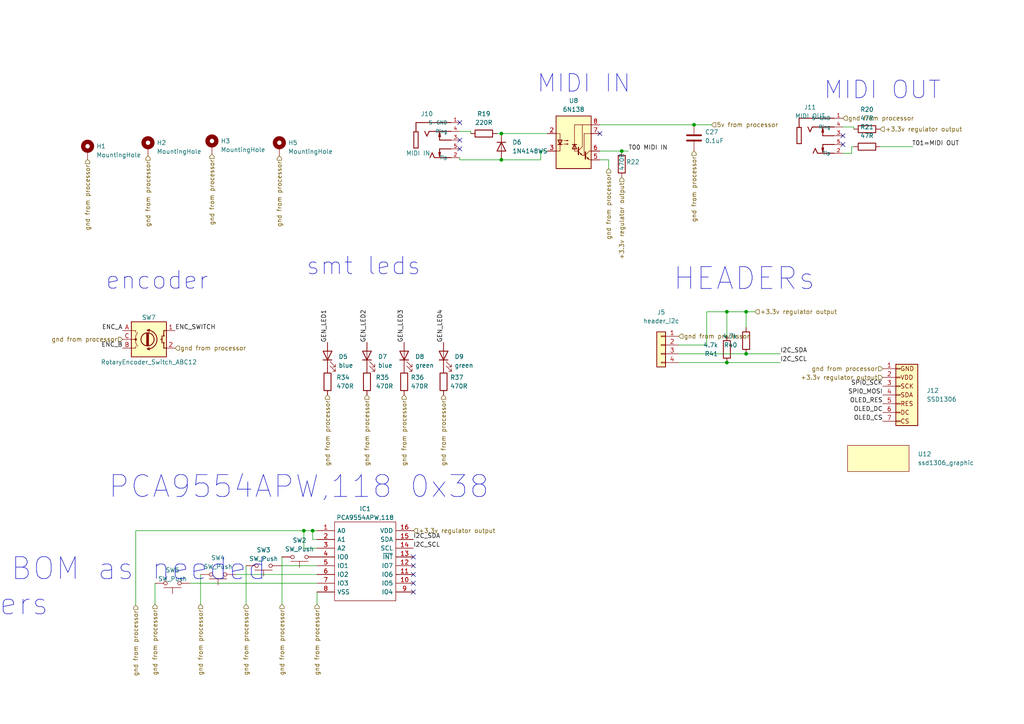
<source format=kicad_sch>
(kicad_sch (version 20211123) (generator eeschema)
  (paper "A4")
  (junction (at 216.408 102.616))
  (junction (at 437.515 93.345))
  (junction (at 59.436 -48.006))
  (junction (at 201.295 36.195))
  (junction (at -255.016 -73.406))
  (junction (at 90.678 153.924))
  (junction (at 396.875 -19.304))
  (junction (at 88.138 153.924))
  (junction (at 437.515 85.725))
  (junction (at 31.496 -55.626))
  (junction (at 330.2 104.394))
  (junction (at 180.34 43.815))
  (junction (at -277.876 -54.356))
  (junction (at -277.876 -49.276))
  (junction (at 145.415 38.735))
  (junction (at 31.496 -48.006))
  (junction (at 412.115 -5.588))
  (junction (at 59.436 -55.626))
  (junction (at 74.676 -55.626))
  (junction (at 377.444 64.77))
  (junction (at 145.415 46.355))
  (junction (at 394.97 75.692))
  (junction (at 481.203 -19.304))
  (junction (at 383.54 -19.304))
  (junction (at 457.835 -19.304))
  (junction (at 438.785 -19.304))
  (junction (at 471.043 -19.304))
  (junction (at 412.115 -17.78))
  (junction (at 422.275 93.345))
  (junction (at 46.101 -55.626))
  (junction (at 422.275 44.45))
  (junction (at 210.82 105.156))
  (junction (at 426.085 46.99))
  (junction (at 210.82 90.424))
  (junction (at 216.408 90.424))
  (junction (at 74.676 -48.006))
  (junction (at 437.515 100.965))
  (junction (at 87.376 -55.626))
  (junction (at 46.101 -48.006))
  (junction (at 377.444 59.69))
  (junction (at 397.51 84.074))
  (no_connect (at 244.475 39.37))
  (no_connect (at 244.475 41.91))
  (no_connect (at 133.35 43.18))
  (no_connect (at 133.35 40.64))
  (no_connect (at 173.99 38.735))
  (no_connect (at 119.888 166.624))
  (no_connect (at 469.392 44.196))
  (no_connect (at 469.392 46.736))
  (no_connect (at 119.888 161.544))
  (no_connect (at 119.888 164.084))
  (no_connect (at 119.888 169.164))
  (no_connect (at 119.888 171.704))
  (no_connect (at 133.35 35.56))
  (no_connect (at 382.27 52.07))
  (wire (pts (xy 407.67 59.69) (xy 411.48 59.69)))
  (wire (pts (xy 88.138 153.924) (xy 90.678 153.924)))
  (wire (pts (xy 382.27 64.77) (xy 377.444 64.77)))
  (wire (pts (xy 44.958 175.26) (xy 44.958 169.164)))
  (wire (pts (xy 201.295 36.195) (xy 206.375 36.195)))
  (wire (pts (xy 429.895 49.53) (xy 434.34 49.53)))
  (wire (pts (xy 133.35 38.1) (xy 136.525 38.1)))
  (wire (pts (xy 397.51 86.36) (xy 397.51 84.074)))
  (wire (pts (xy 429.895 46.99) (xy 429.895 49.53)))
  (wire (pts (xy 39.37 153.924) (xy 88.138 153.924)))
  (wire (pts (xy 369.57 52.07) (xy 369.57 46.99)))
  (wire (pts (xy 74.676 -48.006) (xy 59.436 -48.006)))
  (wire (pts (xy 71.374 175.26) (xy 71.374 164.084)))
  (wire (pts (xy -6.604 -55.626) (xy 31.496 -55.626)))
  (wire (pts (xy 366.395 52.07) (xy 369.57 52.07)))
  (wire (pts (xy 210.82 90.424) (xy 216.408 90.424)))
  (wire (pts (xy 216.408 90.424) (xy 218.948 90.424)))
  (wire (pts (xy 488.315 -19.304) (xy 481.203 -19.304)))
  (wire (pts (xy 46.101 -48.006) (xy 31.496 -48.006)))
  (wire (pts (xy 374.015 62.23) (xy 382.27 62.23)))
  (wire (pts (xy 210.82 105.156) (xy 196.85 105.156)))
  (wire (pts (xy 457.835 -19.304) (xy 455.93 -19.304)))
  (wire (pts (xy 354.965 8.89) (xy 354.965 44.45)))
  (wire (pts (xy 407.67 64.77) (xy 416.56 64.77)))
  (wire (pts (xy 437.515 100.965) (xy 447.675 100.965)))
  (wire (pts (xy 173.99 36.195) (xy 201.295 36.195)))
  (wire (pts (xy 90.678 153.924) (xy 91.948 153.924)))
  (wire (pts (xy 90.678 156.464) (xy 90.678 153.924)))
  (wire (pts (xy 354.965 44.45) (xy 358.775 44.45)))
  (wire (pts (xy 81.534 164.084) (xy 91.948 164.084)))
  (wire (pts (xy 136.525 38.1) (xy 136.525 38.735)))
  (wire (pts (xy 347.98 59.69) (xy 358.775 59.69)))
  (wire (pts (xy 173.99 46.355) (xy 176.53 46.355)))
  (wire (pts (xy 392.43 72.39) (xy 392.43 81.28)))
  (wire (pts (xy -294.386 -40.386) (xy -285.496 -40.386)))
  (wire (pts (xy 382.27 57.15) (xy 377.444 57.15)))
  (wire (pts (xy 340.995 8.89) (xy 354.965 8.89)))
  (wire (pts (xy -244.094 -73.406) (xy -244.094 -72.898)))
  (wire (pts (xy 428.625 -19.304) (xy 438.785 -19.304)))
  (wire (pts (xy 330.2 102.108) (xy 330.2 104.394)))
  (wire (pts (xy 374.65 49.53) (xy 382.27 49.53)))
  (wire (pts (xy 422.275 41.91) (xy 434.34 41.91)))
  (wire (pts (xy 156.845 46.355) (xy 156.845 43.815)))
  (wire (pts (xy 144.145 38.735) (xy 145.415 38.735)))
  (wire (pts (xy 58.166 175.26) (xy 58.166 166.624)))
  (wire (pts (xy 407.67 67.31) (xy 411.48 67.31)))
  (wire (pts (xy 247.015 42.545) (xy 247.015 44.45)))
  (wire (pts (xy 216.408 90.424) (xy 216.408 94.996)))
  (wire (pts (xy -277.876 -55.626) (xy -277.876 -54.356)))
  (wire (pts (xy 347.98 13.97) (xy 347.98 59.69)))
  (wire (pts (xy 55.118 169.164) (xy 91.948 169.164)))
  (wire (pts (xy 407.035 -19.304) (xy 396.875 -19.304)))
  (wire (pts (xy 397.51 84.074) (xy 397.51 72.39)))
  (wire (pts (xy 377.444 59.69) (xy 382.27 59.69)))
  (wire (pts (xy 226.314 102.616) (xy 216.408 102.616)))
  (wire (pts (xy 145.415 46.355) (xy 156.845 46.355)))
  (wire (pts (xy -300.736 -42.926) (xy -292.481 -42.926)))
  (wire (pts (xy 377.444 59.69) (xy 377.444 64.77)))
  (wire (pts (xy 226.314 105.156) (xy 210.82 105.156)))
  (wire (pts (xy 422.275 44.45) (xy 422.275 41.91)))
  (wire (pts (xy 377.444 64.77) (xy 377.444 70.358)))
  (wire (pts (xy -277.876 -49.276) (xy -277.876 -48.006)))
  (wire (pts (xy 422.275 44.45) (xy 422.275 55.88)))
  (wire (pts (xy 145.415 38.735) (xy 158.75 38.735)))
  (wire (pts (xy 422.275 100.965) (xy 437.515 100.965)))
  (wire (pts (xy 438.785 -19.304) (xy 440.69 -19.304)))
  (wire (pts (xy 247.015 44.45) (xy 244.475 44.45)))
  (wire (pts (xy 396.875 -19.304) (xy 383.54 -19.304)))
  (wire (pts (xy 264.795 42.545) (xy 255.27 42.545)))
  (wire (pts (xy 88.138 159.004) (xy 88.138 153.924)))
  (wire (pts (xy 415.29 44.45) (xy 422.275 44.45)))
  (wire (pts (xy 457.835 -19.304) (xy 471.043 -19.304)))
  (wire (pts (xy 440.69 -16.764) (xy 438.785 -16.764)))
  (wire (pts (xy 247.65 36.83) (xy 247.65 37.465)))
  (wire (pts (xy 351.79 11.43) (xy 351.79 52.07)))
  (wire (pts (xy 68.326 166.624) (xy 91.948 166.624)))
  (wire (pts (xy 204.978 90.424) (xy 210.82 90.424)))
  (wire (pts (xy 31.496 -48.006) (xy 25.146 -48.006)))
  (wire (pts (xy 374.65 49.53) (xy 374.65 59.69)))
  (wire (pts (xy 407.67 52.07) (xy 411.48 52.07)))
  (wire (pts (xy 392.43 81.28) (xy 411.48 81.28)))
  (wire (pts (xy 366.395 44.45) (xy 382.27 44.45)))
  (wire (pts (xy 81.788 175.26) (xy 81.788 161.544)))
  (wire (pts (xy 437.515 81.28) (xy 437.515 85.725)))
  (wire (pts (xy 133.35 46.355) (xy 133.35 45.72)))
  (wire (pts (xy -277.876 -54.356) (xy -277.876 -53.086)))
  (wire (pts (xy 244.475 36.83) (xy 247.65 36.83)))
  (wire (pts (xy 351.79 52.07) (xy 358.775 52.07)))
  (wire (pts (xy 394.97 75.692) (xy 394.97 72.39)))
  (wire (pts (xy 210.82 90.424) (xy 210.82 97.536)))
  (wire (pts (xy 25.146 -48.006) (xy 25.146 -40.894)))
  (wire (pts (xy 416.56 64.77) (xy 416.56 81.28)))
  (wire (pts (xy 437.515 93.345) (xy 422.275 93.345)))
  (wire (pts (xy 196.85 102.616) (xy 216.408 102.616)))
  (wire (pts (xy 91.948 156.464) (xy 90.678 156.464)))
  (wire (pts (xy 383.54 -19.304) (xy 382.27 -19.304)))
  (wire (pts (xy 426.085 46.99) (xy 429.895 46.99)))
  (wire (pts (xy -285.75 -49.276) (xy -277.876 -49.276)))
  (wire (pts (xy 411.48 81.28) (xy 411.48 74.93)))
  (wire (pts (xy 471.043 -11.684) (xy 471.043 -7.874)))
  (wire (pts (xy 369.57 46.99) (xy 382.27 46.99)))
  (wire (pts (xy 471.043 -19.304) (xy 481.203 -19.304)))
  (wire (pts (xy 74.676 -55.626) (xy 59.436 -55.626)))
  (wire (pts (xy 426.085 46.99) (xy 426.085 61.595)))
  (wire (pts (xy 247.65 42.545) (xy 247.015 42.545)))
  (wire (pts (xy 46.101 -55.626) (xy 31.496 -55.626)))
  (wire (pts (xy 176.53 46.355) (xy 176.53 48.895)))
  (wire (pts (xy 340.995 11.43) (xy 351.79 11.43)))
  (wire (pts (xy 394.97 38.608) (xy 394.97 39.37)))
  (wire (pts (xy 330.2 104.394) (xy 330.2 107.188)))
  (wire (pts (xy -277.876 -50.546) (xy -277.876 -49.276)))
  (wire (pts (xy 87.376 -48.006) (xy 74.676 -48.006)))
  (wire (pts (xy 374.65 59.69) (xy 366.395 59.69)))
  (wire (pts (xy 438.785 -16.764) (xy 438.785 -19.304)))
  (wire (pts (xy 412.115 -5.588) (xy 412.115 -17.78)))
  (wire (pts (xy -262.636 -73.406) (xy -255.016 -73.406)))
  (wire (pts (xy 91.948 175.26) (xy 91.948 171.704)))
  (wire (pts (xy 91.948 159.004) (xy 88.138 159.004)))
  (wire (pts (xy 415.29 46.99) (xy 426.085 46.99)))
  (wire (pts (xy 204.978 100.076) (xy 204.978 90.424)))
  (wire (pts (xy 377.444 57.15) (xy 377.444 59.69)))
  (wire (pts (xy 87.376 -55.626) (xy 74.676 -55.626)))
  (wire (pts (xy 156.845 43.815) (xy 158.75 43.815)))
  (wire (pts (xy 145.415 46.355) (xy 133.35 46.355)))
  (wire (pts (xy 59.436 -55.626) (xy 46.101 -55.626)))
  (wire (pts (xy -284.861 -42.926) (xy -277.876 -42.926)))
  (wire (pts (xy 422.275 85.725) (xy 437.515 85.725)))
  (wire (pts (xy 412.115 -2.032) (xy 412.115 -5.588)))
  (wire (pts (xy 59.436 -48.006) (xy 46.101 -48.006)))
  (wire (pts (xy 394.97 76.708) (xy 394.97 75.692)))
  (wire (pts (xy -285.75 -54.356) (xy -277.876 -54.356)))
  (wire (pts (xy 39.37 175.514) (xy 39.37 153.924)))
  (wire (pts (xy 173.99 43.815) (xy 180.34 43.815)))
  (wire (pts (xy 196.85 100.076) (xy 204.978 100.076)))
  (wire (pts (xy 340.995 13.97) (xy 347.98 13.97)))
  (wire (pts (xy 422.275 93.345) (xy 414.655 93.345)))
  (wire (pts (xy 180.34 43.815) (xy 182.245 43.815)))
  (wire (pts (xy 412.115 -17.78) (xy 412.115 -19.304)))
  (wire (pts (xy 416.56 81.28) (xy 437.515 81.28)))
  (wire (pts (xy -255.016 -73.406) (xy -244.094 -73.406)))
  (wire (pts (xy 98.806 -55.626) (xy 87.376 -55.626)))
  (text "MIDI IN" (at 155.575 27.305 0) (effects (font (size 5.08 5.08)) (justify left bottom)))
  (text "PCA9554APW,118 0x38" (at 31.242 145.034 0) (effects (font (size 6.35 6.35)) (justify left bottom)))
  (text "encoder" (at 30.48 84.455 0) (effects (font (size 5.08 5.08)) (justify left bottom)))
  (text "todo:\nx length match\nx silkscreen, drc, erc\nx switch footprints\nx exclude backside headers from BOM as needed\n- JLCPCB part numbers for headers\n" (at -163.068 179.07 0) (effects (font (size 6.35 6.35)) (justify left bottom)))
  (text "smt leds" (at 88.646 80.264 0) (effects (font (size 5.08 5.08)) (justify left bottom)))
  (text "HEADERs" (at 195.072 84.709 0) (effects (font (size 6.35 6.35)) (justify left bottom)))
  (text "WS2812" (at 312.928 88.138 0) (effects (font (size 5.08 5.08)) (justify left bottom)))
  (text "MIDI OUT" (at 238.76 29.21 0) (effects (font (size 5.08 5.08)) (justify left bottom)))
  (text "USB-C input" (at -293.751 -85.471 0) (effects (font (size 6.35 6.35)) (justify left bottom)))
  (text "DAC - PCM5102A" (at 354.076 -38.608 0) (effects (font (size 6.35 6.35)) (justify left bottom)))
  (label "ENC_SWITCH" (at 167.132 -15.24 0))
  (label "I2S_DIN_MM" (at 340.995 11.43 180))
  (label "ENC_A" (at 167.132 -12.7 0))
  (label "I2C_SDA" (at 119.888 156.464 0))
  (label "I2S_DIN_MM" (at 167.132 -40.64 0))
  (label "SPI0_SCK" (at 167.132 -30.48 0))
  (label "I2C_SCL" (at 119.888 159.004 0))
  (label "OLED_DC" (at 167.132 -17.78 0))
  (label "SPI0_MOSI" (at 256.032 114.554 180))
  (label "GEN_LED3" (at 117.221 99.314 90))
  (label "OLED_CS" (at 167.132 -22.86 0))
  (label "OLED_DC" (at 256.032 119.634 180))
  (label "GEN_LED1" (at 167.64 -107.95 0))
  (label "SPI0_SCK" (at 256.032 112.014 180))
  (label "ENC_B" (at 35.56 100.965 180))
  (label "WS2812_DATA" (at 167.132 -33.02 0))
  (label "GEN_LED2" (at 106.426 99.314 90))
  (label "GEN_LED2" (at 167.64 -105.41 0))
  (label "I2C_SDA" (at 167.132 -48.26 0))
  (label "I2S_BCK_MM" (at 167.132 -45.72 0))
  (label "I2S_LRCK_MM" (at 340.995 8.89 180))
  (label "SPI0_MISO" (at 167.132 -25.4 0))
  (label "I2C_SCL" (at 226.314 105.156 0))
  (label "I2C_SDA" (at 449.58 183.896 0))
  (label "T00 MIDI IN" (at 167.132 -38.1 0))
  (label "SPI0_MOSI" (at 167.132 -27.94 0))
  (label "OLED_CS" (at 256.032 122.174 180))
  (label "I2S_LRCK_MM" (at 167.132 -43.18 0))
  (label "usb gnd" (at -294.386 -40.386 180))
  (label "GEN_LED4" (at 128.651 99.314 90))
  (label "ENC_A" (at 35.56 95.885 180))
  (label "T01=MIDI OUT" (at 264.5133 42.545 0))
  (label "ENC_B" (at 167.132 -10.16 0))
  (label "T01=MIDI OUT" (at 167.132 -35.56 0))
  (label "GEN_LED4" (at 167.64 -100.33 0))
  (label "I2C_SCL" (at 167.132 -50.8 0))
  (label "GEN_LED3" (at 167.64 -102.87 0))
  (label "usb gnd" (at -300.6315 -42.926 180))
  (label "OLED_RES" (at 167.132 -20.32 0))
  (label "I2S_BCK_MM" (at 340.995 13.97 180))
  (label "T00 MIDI IN" (at 182.245 43.815 0))
  (label "WS2812_DATA" (at 327.66 107.188 90))
  (label "usb gnd" (at -176.53 -58.674 0))
  (label "usb gnd" (at -244.094 -72.898 270))
  (label "OLED_RES" (at 256.032 117.094 180))
  (label "I2C_SDA" (at 226.314 102.616 0))
  (label "GEN_LED1" (at 94.996 99.314 90))
  (label "I2C_SCL" (at 449.58 186.436 0))
  (label "ENC_SWITCH" (at 50.8 95.885 0))
  (global_label "D3v3" (shape input) (at 412.115 -2.032 0) (property "Intersheet References" "${INTERSHEET_REFS}" (effects hide)))
  (global_label "dac output R" (shape input) (at -6.604 -60.706 0) (property "Intersheet References" "${INTERSHEET_REFS}" (effects hide)))
  (global_label "D3v3" (shape input) (at 394.97 38.608 90) (property "Intersheet References" "${INTERSHEET_REFS}" (effects hide)))
  (global_label "AGND" (shape input) (at 422.275 63.5 270) (property "Intersheet References" "${INTERSHEET_REFS}" (effects hide)))
  (global_label "dac output R" (shape input) (at 434.34 49.53 0) (property "Intersheet References" "${INTERSHEET_REFS}" (effects hide)))
  (global_label "audio out R" (shape input) (at -6.604 -63.246 0) (property "Intersheet References" "${INTERSHEET_REFS}" (effects hide)))
  (global_label "AGND" (shape input) (at 397.51 86.36 270) (property "Intersheet References" "${INTERSHEET_REFS}" (effects hide)))
  (global_label "AGND" (shape input) (at -34.544 -63.246 180) (property "Intersheet References" "${INTERSHEET_REFS}" (effects hide)))
  (global_label "dac output L" (shape input) (at 434.34 41.91 0) (property "Intersheet References" "${INTERSHEET_REFS}" (effects hide)))
  (global_label "audio out R" (shape input) (at 469.392 49.276 180) (property "Intersheet References" "${INTERSHEET_REFS}" (effects hide)))
  (global_label "A3v3" (shape input) (at 397.51 39.37 90) (property "Intersheet References" "${INTERSHEET_REFS}" (effects hide)))
  (global_label "AGND" (shape input) (at -34.544 -55.626 180) (property "Intersheet References" "${INTERSHEET_REFS}" (effects hide)))
  (global_label "dac output L" (shape input) (at -34.544 -58.166 180) (property "Intersheet References" "${INTERSHEET_REFS}" (effects hide)))
  (global_label "AGND" (shape input) (at 471.043 -7.874 270) (property "Intersheet References" "${INTERSHEET_REFS}" (effects hide)))
  (global_label "D3v3" (shape input) (at 428.625 -19.304 180) (property "Intersheet References" "${INTERSHEET_REFS}" (effects hide)))
  (global_label "D3v3" (shape input) (at 374.015 62.23 180) (property "Intersheet References" "${INTERSHEET_REFS}" (effects hide)))
  (global_label "AGND" (shape input) (at 469.392 51.816 180) (property "Intersheet References" "${INTERSHEET_REFS}" (effects hide)))
  (global_label "D3v3" (shape input) (at 447.675 100.965 0) (property "Intersheet References" "${INTERSHEET_REFS}" (effects hide)))
  (global_label "A3v3" (shape input) (at 392.43 39.37 90) (property "Intersheet References" "${INTERSHEET_REFS}" (effects hide)))
  (global_label "AGND" (shape input) (at 457.835 -11.684 270) (property "Intersheet References" "${INTERSHEET_REFS}" (effects hide)))
  (global_label "AGND" (shape input) (at 426.085 69.215 270) (property "Intersheet References" "${INTERSHEET_REFS}" (effects hide)))
  (global_label "AGND" (shape input) (at 507.746 11.684 270) (property "Intersheet References" "${INTERSHEET_REFS}" (effects hide)))
  (global_label "audio out L" (shape input) (at 469.392 41.656 180) (property "Intersheet References" "${INTERSHEET_REFS}" (effects hide)))
  (global_label "A3v3" (shape input) (at 488.315 -19.304 0) (property "Intersheet References" "${INTERSHEET_REFS}" (effects hide)))
  (global_label "audio out L" (shape input) (at -34.544 -60.706 180) (property "Intersheet References" "${INTERSHEET_REFS}" (effects hide)))
  (hierarchical_label "powerboard outp GND" (shape input) (at 25.146 -40.894 180))
  (hierarchical_label "gnd from processor" (shape input) (at 81.026 45.212 270))
  (hierarchical_label "gnd from processor" (shape input) (at 128.651 114.554 270))
  (hierarchical_label "USB D-" (shape input) (at -176.53 -53.594 0))
  (hierarchical_label "USB D+" (shape input) (at -285.75 -54.356 180))
  (hierarchical_label "USB D+" (shape input) (at -176.53 -56.134 0))
  (hierarchical_label "gnd from processor" (shape input) (at 396.875 -11.684 270))
  (hierarchical_label "5v from processor" (shape input) (at 167.132 -53.34 0))
  (hierarchical_label "+3.3v regulator output" (shape input) (at 218.948 90.424 0))
  (hierarchical_label "USB VIN 5v" (shape input) (at -277.876 -35.306 180))
  (hierarchical_label "gnd from processor" (shape input) (at 176.53 48.895 270))
  (hierarchical_label "gnd from processor" (shape input) (at 35.56 98.425 180))
  (hierarchical_label "gnd from processor" (shape input) (at 42.926 45.212 270))
  (hierarchical_label "gnd from processor" (shape input) (at 414.655 93.345 270))
  (hierarchical_label "5v regulated" (shape input) (at 167.64 -110.49 0))
  (hierarchical_label "gnd from processor" (shape input) (at 117.221 114.554 270))
  (hierarchical_label "gnd from processor" (shape input) (at 61.468 44.704 270))
  (hierarchical_label "gnd from processor" (shape input) (at 58.166 175.26 270))
  (hierarchical_label "gnd from processor" (shape input) (at 39.37 175.514 270))
  (hierarchical_label "gnd from processor" (shape input) (at 196.85 97.536 0))
  (hierarchical_label "gnd from processor" (shape input) (at 106.426 114.554 270))
  (hierarchical_label "+3.3v regulator output" (shape input) (at 382.27 -19.304 180))
  (hierarchical_label "5v regulated" (shape input) (at 98.806 -55.626 0))
  (hierarchical_label "Power board output +5v" (shape input) (at -92.71 -61.722 180))
  (hierarchical_label "5v from processor" (shape input) (at 206.375 36.195 0))
  (hierarchical_label "gnd from processor" (shape input) (at 50.8 100.965 0))
  (hierarchical_label "+3.3v regulator output" (shape input) (at 167.132 -55.88 0))
  (hierarchical_label "gnd from processor" (shape input) (at 244.475 34.29 0))
  (hierarchical_label "gnd from processor" (shape input) (at 167.132 -58.42 0))
  (hierarchical_label "USB D-" (shape input) (at -285.75 -49.276 180))
  (hierarchical_label "USB VIN 5v" (shape input) (at -176.53 -51.054 0))
  (hierarchical_label "gnd from processor" (shape input) (at 44.958 175.26 270))
  (hierarchical_label "gnd from processor" (shape input) (at 94.996 114.554 270))
  (hierarchical_label "Power board output +5v" (shape input) (at -6.604 -58.166 0))
  (hierarchical_label "gnd from processor" (shape input) (at 81.788 175.26 270))
  (hierarchical_label "gnd from processor" (shape input) (at 325.12 107.188 90))
  (hierarchical_label "gnd from processor" (shape input) (at 377.444 70.358 270))
  (hierarchical_label "gnd from processor" (shape input) (at 25.4 46.228 270))
  (hierarchical_label "USB D-" (shape input) (at 167.64 -113.03 0))
  (hierarchical_label "gnd from processor" (shape input) (at 91.948 175.26 270))
  (hierarchical_label "+3.3v regulator output" (shape input) (at 180.34 51.435 270))
  (hierarchical_label "+3.3v regulator output" (shape input) (at 119.888 153.924 0))
  (hierarchical_label "+3.3v regulator output" (shape input) (at 449.58 181.356 0))
  (hierarchical_label "gnd from processor" (shape input) (at 448.31 -9.144 270))
  (hierarchical_label "gnd from processor" (shape input) (at 394.97 76.708 270))
  (hierarchical_label "gnd from processor" (shape input) (at 256.032 106.934 180))
  (hierarchical_label "powerboard outp GND" (shape input) (at -92.71 -64.262 180))
  (hierarchical_label "gnd from processor" (shape input) (at 71.374 175.26 270))
  (hierarchical_label "gnd from processor" (shape input) (at 201.295 43.815 270))
  (hierarchical_label "gnd from processor" (shape input) (at 383.54 -11.684 270))
  (hierarchical_label "+3.3v regulator output" (shape input) (at 256.032 109.474 180))
  (hierarchical_label "USB D+" (shape input) (at 167.64 -115.57 0))
  (hierarchical_label "+3.3v regulator output" (shape input) (at 330.2 102.108 90))
  (hierarchical_label "+3.3v regulator output" (shape input) (at 255.27 37.465 0))
  (hierarchical_label "gnd from processor" (shape input) (at 449.58 178.816 0))
  (hierarchical_label "powerboard outp GND" (shape input) (at 167.64 -118.11 0))
  (symbol (lib_id "Connector_Generic:Conn_01x04") (at -181.61 -56.134 0) (mirror y) (unit 1)
    (property "Reference" "J31" (at -181.61 -64.262 0))
    (property "Value" "4p" (at -181.61 -61.722 0))
    (property "Footprint" "Connector_PinSocket_2.54mm:PinSocket_1x04_P2.54mm_Vertical" (effects hide))
    (property "LCSC part number" "C2718488" (effects hide))
    (property "verif" "1" (effects hide))
    (property "LCSC" "C2718488" (effects hide))
  )
  (symbol (lib_id "Device:R") (at 140.335 38.735 90) (unit 1)
    (property "Reference" "R19" (at 140.335 33.02 90))
    (property "Value" "220R" (at 140.335 35.56 90))
    (property "Footprint" "Resistor_SMD:R_1206_3216Metric" (effects hide))
    (property "LCSC part number" "C17957" (effects hide))
    (property "verif" "1" (effects hide))
    (property "LCSC" "C17957" (effects hide))
  )
  (symbol (lib_id "clarinoid2:SSD1306") (at 261.112 114.554 0) (unit 1)
    (property "Reference" "J12" (at 268.732 113.2839 0) (effects (justify left)))
    (property "Value" "SSD1306" (at 268.732 115.8239 0) (effects (justify left)))
    (property "Footprint" "Connector_PinSocket_2.54mm:PinSocket_1x07_P2.54mm_Vertical" (effects hide))
    (property "LCSC part number" "C358721" (effects hide))
    (property "verif" "1" (effects hide))
    (property "LCSC" "C358721" (effects hide))
  )
  (symbol (lib_id "Connector_Generic:Conn_01x06") (at 405.13 194.31 0) (mirror y) (unit 1)
    (property "Reference" "J53" (at 405.13 182.372 0))
    (property "Value" "female 1x6" (at 405.13 184.912 0))
    (property "Footprint" "Connector_PinSocket_2.54mm:PinSocket_1x06_P2.54mm_Vertical" (effects hide))
    (property "LCSC part number" "C358720" (effects hide))
    (property "verif" "1" (effects hide))
    (property "LCSC" "C358720" (effects hide))
  )
  (symbol (lib_id "clarinoid2:Placeholder") (at -135.636 71.374 0) (unit 1) (in_bom no)
    (property "Reference" "U53" (at -125.984 71.3739 0) (effects (justify left)))
    (property "Value" "mb1" (at -125.984 73.9139 0) (effects (justify left)))
    (property "Footprint" "clarinoid2:mouse-bite-2mm-slot" (effects hide))
    (property "verif" "1" (effects hide))
  )
  (symbol (lib_id "Device:R") (at 362.585 59.69 90) (unit 1)
    (property "Reference" "R3" (at 362.585 62.23 90))
    (property "Value" "22R" (at 362.585 57.15 90))
    (property "Footprint" "Resistor_SMD:R_1206_3216Metric" (effects hide))
    (property "LCSC part number" "C17958" (effects hide))
    (property "verif" "1" (effects hide))
    (property "LCSC" "C17958" (effects hide))
  )
  (symbol (lib_id "clarinoid2:Placeholder") (at -132.08 57.404 0) (unit 1) (in_bom no)
    (property "Reference" "U55" (at -122.428 57.4039 0) (effects (justify left)))
    (property "Value" "mb1" (at -122.428 59.9439 0) (effects (justify left)))
    (property "Footprint" "clarinoid2:mouse-bite-2mm-slot" (effects hide))
    (property "verif" "1" (effects hide))
  )
  (symbol (lib_id "Connector_Generic:Conn_01x20") (at 162.052 -35.56 0) (mirror y) (unit 1)
    (property "Reference" "J43" (at 162.052 -65.532 0))
    (property "Value" "Conn_01x20" (at 162.052 -62.992 0))
    (property "Footprint" "Connector_PinSocket_2.54mm:PinSocket_1x20_P2.54mm_Vertical" (effects hide))
    (property "LCSC" "C50984" (effects hide))
    (property "LCSC part number" "C50984" (effects hide))
    (property "verif" "1" (effects hide))
  )
  (symbol (lib_id "clarinoid2:Switchcraft 35RAPC4BV4") (at 477.012 46.736 180) (unit 1) (in_bom no)
    (property "Reference" "J1" (at 483.997 45.4659 0) (effects (justify right)))
    (property "Value" "AudioOut" (at 483.997 48.0059 0) (effects (justify right)))
    (property "Footprint" "clarinoid2:SWITCHCRAFT_35RAPC4BV4_OvalHoles" (effects hide))
    (property "STANDARD" "Manufacturer Recommendations" (effects hide))
    (property "PARTREV" "G" (effects hide))
    (property "MAXIMUM_PACKAGE_HIEGHT" "12.573mm" (effects hide))
    (property "MANUFACTURER" "Switchcraft Inc." (effects hide))
    (property "verif" "1" (effects hide))
  )
  (symbol (lib_id "Connector:TestPoint") (at 412.115 -17.78 270) (unit 1) (in_bom no)
    (property "Reference" "TP6" (at 416.6871 -16.002 0) (effects (justify left)))
    (property "Value" "D3v3" (at 414.1471 -16.002 0) (effects (justify left)))
    (property "Footprint" "TestPoint:TestPoint_THTPad_D2.0mm_Drill1.0mm" (effects hide))
    (property "verif" "1" (effects hide))
  )
  (symbol (lib_id "Device:R") (at 411.48 44.45 90) (unit 1)
    (property "Reference" "R5" (at 412.115 42.545 90))
    (property "Value" "470R" (at 411.48 44.45 90))
    (property "Footprint" "Resistor_SMD:R_1206_3216Metric" (effects hide))
    (property "LCSC part number" "C4502" (effects hide))
    (property "verif" "1" (effects hide))
    (property "LCSC" "C4502" (effects hide))
  )
  (symbol (lib_id "Switch:SW_Push") (at 63.246 166.624 180) (unit 1)
    (property "Reference" "SW4" (at 63.246 161.798 0))
    (property "Value" "SW_Push" (at 63.246 164.338 0))
    (property "Footprint" "SamacSys_Parts:B3F-4055" (effects hide))
    (property "LCSC part number" "C84931" (effects hide))
    (property "verif" "1" (effects hide))
    (property "LCSC" "C84931" (effects hide))
  )
  (symbol (lib_id "power:PWR_FLAG") (at 330.2 104.394 270) (unit 1)
    (property "Reference" "#FLG01" (effects hide))
    (property "Value" "PWR_FLAG" (at 334.01 104.3939 90) (effects (justify left)))
  )
  (symbol (lib_id "clarinoid2:Placeholder") (at -106.934 108.712 0) (unit 1) (in_bom no)
    (property "Reference" "U10" (at -97.282 108.7119 0) (effects (justify left)))
    (property "Value" "mb1" (at -97.282 111.2519 0) (effects (justify left)))
    (property "Footprint" "clarinoid2:mouse-bite-2mm-slot" (effects hide))
    (property "verif" "1" (effects hide))
  )
  (symbol (lib_id "clarinoid2:Placeholder") (at -44.196 73.152 0) (unit 1) (in_bom no)
    (property "Reference" "U65" (at -34.544 73.1519 0) (effects (justify left)))
    (property "Value" "mb1" (at -34.544 75.6919 0) (effects (justify left)))
    (property "Footprint" "clarinoid2:mouse-bite-2mm-slot" (effects hide))
    (property "verif" "1" (effects hide))
  )
  (symbol (lib_id "clarinoid2:PCM5102") (at 394.97 54.61 0) (unit 1)
    (property "Reference" "U1" (at 399.5294 36.83 0) (effects (justify left)))
    (property "Value" "PCM5102A" (at 399.5294 39.37 0) (effects (justify left)))
    (property "Footprint" "Package_SO:TSSOP-20_4.4x6.5mm_P0.65mm" (effects hide))
    (property "Datasheet" "http://www.ti.com/lit/ds/symlink/pcm5102.pdf" (effects hide))
    (property "LCSC part number" "C107671" (effects hide))
    (property "verif" "1" (effects hide))
    (property "LCSC" "C107671" (effects hide))
  )
  (symbol (lib_id "Device:R") (at 94.996 110.744 0) (unit 1)
    (property "Reference" "R34" (at 97.536 109.4739 0) (effects (justify left)))
    (property "Value" "470R" (at 97.536 112.0139 0) (effects (justify left)))
    (property "Footprint" "Resistor_SMD:R_1206_3216Metric" (effects hide))
    (property "LCSC part number" "C4502" (effects hide))
    (property "verif" "1" (effects hide))
    (property "LCSC" "C4502" (effects hide))
  )
  (symbol (lib_id "Mechanical:MountingHole_Pad") (at 61.468 42.164 0) (unit 1) (in_bom no)
    (property "Reference" "H3" (at 64.008 40.8939 0) (effects (justify left)))
    (property "Value" "MountingHole" (at 64.008 43.4339 0) (effects (justify left)))
    (property "Footprint" "MountingHole:MountingHole_3.2mm_M3_Pad_Via" (effects hide))
    (property "MANUFACTURER" "Wurth" (effects hide))
    (property "verif" "1" (effects hide))
  )
  (symbol (lib_id "Switch:SW_Push") (at 50.038 169.164 180) (unit 1)
    (property "Reference" "SW5" (at 50.038 165.354 0))
    (property "Value" "SW_Push" (at 50.038 167.894 0))
    (property "Footprint" "SamacSys_Parts:B3F-4055" (effects hide))
    (property "LCSC part number" "C84931" (effects hide))
    (property "verif" "1" (effects hide))
    (property "LCSC" "C84931" (effects hide))
  )
  (symbol (lib_id "Device:LED") (at 117.221 103.124 90) (unit 1)
    (property "Reference" "D8" (at 120.396 103.4414 90) (effects (justify right)))
    (property "Value" "green" (at 120.396 105.9814 90) (effects (justify right)))
    (property "Footprint" "LED_SMD:LED_0603_1608Metric" (effects hide))
    (property "LCSC part number" "C72043" (effects hide))
    (property "verif" "1" (effects hide))
    (property "LCSC" "C72043" (effects hide))
  )
  (symbol (lib_id "Device:C") (at 201.295 40.005 0) (unit 1)
    (property "Reference" "C27" (at 204.47 38.3031 0) (effects (justify left)))
    (property "Value" "0.1uF" (at 204.47 40.8431 0) (effects (justify left)))
    (property "Footprint" "Capacitor_SMD:C_0805_2012Metric" (effects hide))
    (property "LCSC part number" "C49678" (effects hide))
    (property "verif" "1" (effects hide))
    (property "LCSC" "C49678" (effects hide))
  )
  (symbol (lib_id "Device:C") (at 59.436 -51.816 0) (unit 1)
    (property "Reference" "C21" (at 64.516 -53.0861 0) (effects (justify left)))
    (property "Value" "22uF" (at 64.516 -50.5461 0) (effects (justify left)))
    (property "Footprint" "Capacitor_SMD:C_0805_2012Metric" (effects hide))
    (property "LCSC part number" "C602037" (effects hide))
    (property "verif" "1" (effects hide))
    (property "LCSC" "C602037" (effects hide))
  )
  (symbol (lib_id "Device:C") (at 31.496 -51.816 0) (unit 1)
    (property "Reference" "C17" (at 36.576 -53.0861 0) (effects (justify left)))
    (property "Value" "22uF" (at 36.576 -50.5461 0) (effects (justify left)))
    (property "Footprint" "Capacitor_SMD:C_0805_2012Metric" (effects hide))
    (property "LCSC part number" "C602037" (effects hide))
    (property "verif" "1" (effects hide))
    (property "LCSC" "C602037" (effects hide))
  )
  (symbol (lib_id "Device:C") (at 411.48 55.88 0) (unit 1)
    (property "Reference" "C7" (at 416.56 54.6099 0) (effects (justify left)))
    (property "Value" "2.2uF" (at 416.56 57.1499 0) (effects (justify left)))
    (property "Footprint" "Capacitor_SMD:C_0805_2012Metric" (effects hide))
    (property "LCSC part number" "C49217" (effects hide))
    (property "verif" "1" (effects hide))
    (property "LCSC" "C49217" (effects hide))
  )
  (symbol (lib_id "Device:C") (at 74.676 -51.816 0) (unit 1)
    (property "Reference" "C22" (at 79.756 -53.0861 0) (effects (justify left)))
    (property "Value" "22uF" (at 79.756 -50.5461 0) (effects (justify left)))
    (property "Footprint" "Capacitor_SMD:C_0805_2012Metric" (effects hide))
    (property "LCSC part number" "C602037" (effects hide))
    (property "verif" "1" (effects hide))
    (property "LCSC" "C602037" (effects hide))
  )
  (symbol (lib_id "Device:C") (at 471.043 -15.494 0) (unit 1)
    (property "Reference" "C4" (at 476.123 -16.7641 0) (effects (justify left)))
    (property "Value" "0.1uF" (at 476.123 -14.2241 0) (effects (justify left)))
    (property "Footprint" "Capacitor_SMD:C_0805_2012Metric" (effects hide))
    (property "LCSC part number" "C49678" (effects hide))
    (property "verif" "1" (effects hide))
    (property "LCSC" "C49678" (effects hide))
  )
  (symbol (lib_id "Device:C") (at 426.085 65.405 0) (unit 1)
    (property "Reference" "C12" (at 431.165 64.1349 0) (effects (justify left)))
    (property "Value" "2.2uF" (at 431.165 66.6749 0) (effects (justify left)))
    (property "Footprint" "Capacitor_SMD:C_0805_2012Metric" (effects hide))
    (property "LCSC part number" "C49217" (effects hide))
    (property "verif" "1" (effects hide))
    (property "LCSC" "C49217" (effects hide))
  )
  (symbol (lib_id "Device:R") (at 106.426 110.744 0) (unit 1)
    (property "Reference" "R35" (at 108.966 109.4739 0) (effects (justify left)))
    (property "Value" "470R" (at 108.966 112.0139 0) (effects (justify left)))
    (property "Footprint" "Resistor_SMD:R_1206_3216Metric" (effects hide))
    (property "LCSC part number" "C4502" (effects hide))
    (property "verif" "1" (effects hide))
    (property "LCSC" "C4502" (effects hide))
  )
  (symbol (lib_id "power:PWR_FLAG") (at 394.97 75.692 90) (unit 1)
    (property "Reference" "#FLG0101" (effects hide))
    (property "Value" "PWR_FLAG" (at 391.16 75.6919 90) (effects (justify left)))
  )
  (symbol (lib_id "Device:R") (at 362.585 44.45 90) (unit 1)
    (property "Reference" "R1" (at 362.585 43.18 90))
    (property "Value" "22R" (at 361.95 46.355 90))
    (property "Footprint" "Resistor_SMD:R_1206_3216Metric" (effects hide))
    (property "LCSC part number" "C17958" (effects hide))
    (property "verif" "1" (effects hide))
    (property "LCSC" "C17958" (effects hide))
  )
  (symbol (lib_id "Device:R") (at -288.671 -42.926 90) (unit 1)
    (property "Reference" "R7" (at -288.671 -47.371 90))
    (property "Value" "5.1k" (at -288.671 -44.831 90))
    (property "Footprint" "Resistor_SMD:R_1206_3216Metric" (effects hide))
    (property "LCSC part number" "C26033" (effects hide))
    (property "verif" "1" (effects hide))
    (property "LCSC" "C26033" (effects hide))
  )
  (symbol (lib_id "Mechanical:MountingHole_Pad") (at 25.4 43.688 0) (unit 1) (in_bom no)
    (property "Reference" "H1" (at 27.94 42.4179 0) (effects (justify left)))
    (property "Value" "MountingHole" (at 27.94 44.9579 0) (effects (justify left)))
    (property "Footprint" "clarinoid2:MountingHole_3.2mm_M3_Pad_SQUARE" (effects hide))
    (property "MANUFACTURER" "Wurth" (effects hide))
    (property "verif" "1" (effects hide))
  )
  (symbol (lib_id "clarinoid2:Placeholder") (at -148.59 -84.582 0) (unit 1) (in_bom no)
    (property "Reference" "U16" (at -137.922 -84.5821 0) (effects (justify left)))
    (property "Value" "power template" (at -137.922 -82.0421 0) (effects (justify left)))
    (property "Footprint" "clarinoid2:dev board power board template" (effects hide))
    (property "verif" "1" (effects hide))
  )
  (symbol (lib_id "Device:C") (at 396.875 -15.494 0) (unit 1)
    (property "Reference" "C6" (at 401.955 -16.7641 0) (effects (justify left)))
    (property "Value" "0.1uF" (at 401.955 -14.2241 0) (effects (justify left)))
    (property "Footprint" "Capacitor_SMD:C_0805_2012Metric" (effects hide))
    (property "LCSC part number" "C49678" (effects hide))
    (property "verif" "1" (effects hide))
    (property "LCSC" "C49678" (effects hide))
  )
  (symbol (lib_id "clarinoid2:Placeholder") (at -105.918 84.836 0) (unit 1) (in_bom no)
    (property "Reference" "U13" (at -96.266 84.8359 0) (effects (justify left)))
    (property "Value" "mb1" (at -96.266 87.3759 0) (effects (justify left)))
    (property "Footprint" "clarinoid2:mouse-bite-2mm-slot" (effects hide))
    (property "verif" "1" (effects hide))
  )
  (symbol (lib_id "Device:R") (at 362.585 52.07 90) (unit 1)
    (property "Reference" "R2" (at 362.585 50.165 90))
    (property "Value" "22R" (at 362.585 53.975 90))
    (property "Footprint" "Resistor_SMD:R_1206_3216Metric" (effects hide))
    (property "LCSC part number" "C17958" (effects hide))
    (property "verif" "1" (effects hide))
    (property "LCSC" "C17958" (effects hide))
  )
  (symbol (lib_id "clarinoid2:Placeholder") (at -165.608 73.406 0) (unit 1) (in_bom no)
    (property "Reference" "U49" (at -155.956 73.4059 0) (effects (justify left)))
    (property "Value" "mb1" (at -155.956 75.9459 0) (effects (justify left)))
    (property "Footprint" "clarinoid2:mouse-bite-2mm-slot" (effects hide))
    (property "verif" "1" (effects hide))
  )
  (symbol (lib_id "Switch:SW_Push") (at 76.454 164.084 180) (unit 1)
    (property "Reference" "SW3" (at 76.454 159.512 0))
    (property "Value" "SW_Push" (at 76.454 162.052 0))
    (property "Footprint" "SamacSys_Parts:B3F-4055" (effects hide))
    (property "LCSC part number" "C84931" (effects hide))
    (property "verif" "1" (effects hide))
    (property "LCSC" "C84931" (effects hide))
  )
  (symbol (lib_id "clarinoid2:Placeholder") (at 209.042 -83.82 0) (unit 1) (in_bom no)
    (property "Reference" "U44" (at 219.456 -83.8201 0) (effects (justify left)))
    (property "Value" "processor board template" (at 219.456 -81.2801 0) (effects (justify left)))
    (property "Footprint" "clarinoid2:dev board processor subboard template" (effects hide))
    (property "verif" "1" (effects hide))
  )
  (symbol (lib_id "clarinoid2:Placeholder") (at -106.68 97.028 0) (unit 1) (in_bom no)
    (property "Reference" "U56" (at -97.028 97.0279 0) (effects (justify left)))
    (property "Value" "mb1" (at -97.028 99.5679 0) (effects (justify left)))
    (property "Footprint" "clarinoid2:mouse-bite-2mm-slot" (effects hide))
    (property "verif" "1" (effects hide))
  )
  (symbol (lib_id "Connector_Generic:Conn_01x02") (at -87.63 -64.262 0) (unit 1)
    (property "Reference" "J32" (at -83.566 -64.2621 0) (effects (justify left)))
    (property "Value" "header_power tap" (at -83.566 -61.7221 0) (effects (justify left)))
    (property "Footprint" "Connector_PinSocket_2.54mm:PinSocket_1x02_P2.54mm_Vertical" (effects hide))
    (property "LCSC part number" "C49661" (effects hide))
    (property "verif" "1" (effects hide))
    (property "LCSC" "C49661" (effects hide))
  )
  (symbol (lib_id "Device:LED") (at 94.996 103.124 90) (unit 1)
    (property "Reference" "D5" (at 98.171 103.4414 90) (effects (justify right)))
    (property "Value" "blue" (at 98.171 105.9814 90) (effects (justify right)))
    (property "Footprint" "LED_SMD:LED_0603_1608Metric" (effects hide))
    (property "LCSC part number" "C72041" (effects hide))
    (property "verif" "1" (effects hide))
    (property "LCSC" "C72041" (effects hide))
  )
  (symbol (lib_id "Device:C") (at 411.48 71.12 0) (unit 1)
    (property "Reference" "C8" (at 416.56 69.8499 0) (effects (justify left)))
    (property "Value" "2.2uF" (at 416.56 72.3899 0) (effects (justify left)))
    (property "Footprint" "Capacitor_SMD:C_0805_2012Metric" (effects hide))
    (property "LCSC part number" "C49217" (effects hide))
    (property "verif" "1" (effects hide))
    (property "LCSC" "C49217" (effects hide))
  )
  (symbol (lib_id "Connector_Generic:Conn_01x06") (at 414.782 177.8 0) (unit 1)
    (property "Reference" "J6" (at 417.83 177.7999 0) (effects (justify left)))
    (property "Value" "female 1x6" (at 417.83 180.3399 0) (effects (justify left)))
    (property "Footprint" "Connector_PinSocket_2.54mm:PinSocket_1x06_P2.54mm_Vertical" (effects hide))
    (property "LCSC part number" "C358720" (effects hide))
    (property "verif" "1" (effects hide))
    (property "LCSC" "C358720" (effects hide))
  )
  (symbol (lib_id "Mechanical:MountingHole_Pad") (at 81.026 42.672 0) (unit 1) (in_bom no)
    (property "Reference" "H5" (at 83.566 41.4019 0) (effects (justify left)))
    (property "Value" "MountingHole" (at 83.566 43.9419 0) (effects (justify left)))
    (property "Footprint" "MountingHole:MountingHole_3.2mm_M3_Pad_Via" (effects hide))
    (property "MANUFACTURER" "Wurth" (effects hide))
    (property "verif" "1" (effects hide))
  )
  (symbol (lib_id "power:PWR_FLAG") (at 397.51 84.074 270) (unit 1)
    (property "Reference" "#FLG0103" (effects hide))
    (property "Value" "PWR_FLAG" (at 401.828 84.0739 90) (effects (justify left)))
  )
  (symbol (lib_id "clarinoid2:Placeholder") (at -164.846 86.868 0) (unit 1) (in_bom no)
    (property "Reference" "U50" (at -155.194 86.8679 0) (effects (justify left)))
    (property "Value" "mb1" (at -155.194 89.4079 0) (effects (justify left)))
    (property "Footprint" "clarinoid2:mouse-bite-2mm-slot" (effects hide))
    (property "verif" "1" (effects hide))
  )
  (symbol (lib_id "clarinoid2:RotaryEncoder_Switch_ABC12") (at 43.18 98.425 0) (unit 1) (in_bom no)
    (property "Reference" "SW7" (at 43.18 92.075 0))
    (property "Value" "RotaryEncoder_Switch_ABC12" (at 43.18 105.029 0))
    (property "Footprint" "clarinoid2:Bourns_ENC_PEC11R-4215F-S0024" (effects hide))
    (property "verif" "1" (effects hide))
  )
  (symbol (lib_id "Mechanical:MountingHole_Pad") (at 42.926 42.672 0) (unit 1) (in_bom no)
    (property "Reference" "H2" (at 45.466 41.4019 0) (effects (justify left)))
    (property "Value" "MountingHole" (at 45.466 43.9419 0) (effects (justify left)))
    (property "Footprint" "MountingHole:MountingHole_3.2mm_M3_Pad_Via" (effects hide))
    (property "MANUFACTURER" "Wurth" (effects hide))
    (property "verif" "1" (effects hide))
  )
  (symbol (lib_id "Device:R") (at 411.48 46.99 90) (unit 1)
    (property "Reference" "R6" (at 411.48 48.895 90))
    (property "Value" "470R" (at 411.48 47.625 90))
    (property "Footprint" "Resistor_SMD:R_1206_3216Metric" (effects hide))
    (property "LCSC part number" "C4502" (effects hide))
    (property "verif" "1" (effects hide))
    (property "LCSC" "C4502" (effects hide))
  )
  (symbol (lib_id "clarinoid2:Placeholder") (at -76.962 120.904 0) (unit 1) (in_bom no)
    (property "Reference" "U15" (at -67.31 120.9039 0) (effects (justify left)))
    (property "Value" "mb1" (at -67.31 123.4439 0) (effects (justify left)))
    (property "Footprint" "clarinoid2:mouse-bite-2mm-slot" (effects hide))
    (property "verif" "1" (effects hide))
  )
  (symbol (lib_id "Connector_Generic:Conn_01x04") (at 444.5 181.356 0) (mirror y) (unit 1)
    (property "Reference" "J8" (at 440.69 182.626 90))
    (property "Value" "female 1x4" (at 438.15 182.626 90))
    (property "Footprint" "Connector_PinSocket_2.54mm:PinSocket_1x04_P2.54mm_Vertical" (effects hide))
    (property "LCSC part number" "C2718488" (effects hide))
    (property "verif" "1" (effects hide))
    (property "LCSC" "C2718488" (effects hide))
  )
  (symbol (lib_id "clarinoid2:Placeholder") (at -166.116 100.076 0) (unit 1) (in_bom no)
    (property "Reference" "U48" (at -156.464 100.0759 0) (effects (justify left)))
    (property "Value" "mb1" (at -156.464 102.6159 0) (effects (justify left)))
    (property "Footprint" "clarinoid2:mouse-bite-2mm-slot" (effects hide))
    (property "verif" "1" (effects hide))
  )
  (symbol (lib_id "clarinoid2:Placeholder") (at -136.144 98.044 0) (unit 1) (in_bom no)
    (property "Reference" "U52" (at -126.492 98.0439 0) (effects (justify left)))
    (property "Value" "mb1" (at -126.492 100.5839 0) (effects (justify left)))
    (property "Footprint" "clarinoid2:mouse-bite-2mm-slot" (effects hide))
    (property "verif" "1" (effects hide))
  )
  (symbol (lib_id "Switch:SW_Push") (at 86.868 161.544 180) (unit 1)
    (property "Reference" "SW2" (at 86.868 156.718 0))
    (property "Value" "SW_Push" (at 86.868 159.258 0))
    (property "Footprint" "SamacSys_Parts:B3F-4055" (effects hide))
    (property "LCSC part number" "C84931" (effects hide))
    (property "verif" "1" (effects hide))
    (property "LCSC" "C84931" (effects hide))
  )
  (symbol (lib_id "Device:C") (at 383.54 -15.494 0) (unit 1)
    (property "Reference" "C5" (at 387.985 -16.7641 0) (effects (justify left)))
    (property "Value" "10uF" (at 387.985 -14.2241 0) (effects (justify left)))
    (property "Footprint" "Capacitor_SMD:C_0805_2012Metric" (effects hide))
    (property "LCSC part number" "C15850" (effects hide))
    (property "verif" "1" (effects hide))
    (property "LCSC" "C15850" (effects hide))
  )
  (symbol (lib_id "Device:R") (at 216.408 98.806 0) (unit 1)
    (property "Reference" "R40" (at 213.868 100.0761 0) (effects (justify right)))
    (property "Value" "4.7k" (at 213.868 97.5361 0) (effects (justify right)))
    (property "Footprint" "Resistor_SMD:R_1206_3216Metric" (effects hide))
    (property "LCSC part number" "C17936" (effects hide))
    (property "verif" "1" (effects hide))
    (property "LCSC" "C17936" (effects hide))
  )
  (symbol (lib_id "Device:R") (at 180.34 47.625 180) (unit 1)
    (property "Reference" "R22" (at 181.61 46.99 0) (effects (justify right)))
    (property "Value" "470R" (at 180.34 49.53 90) (effects (justify right)))
    (property "Footprint" "Resistor_SMD:R_1206_3216Metric" (effects hide))
    (property "LCSC part number" "C4502" (effects hide))
    (property "verif" "1" (effects hide))
    (property "LCSC" "C4502" (effects hide))
  )
  (symbol (lib_id "Device:C") (at 422.275 59.69 0) (unit 1)
    (property "Reference" "C9" (at 427.355 58.4199 0) (effects (justify left)))
    (property "Value" "2.2uF" (at 427.355 60.9599 0) (effects (justify left)))
    (property "Footprint" "Capacitor_SMD:C_0805_2012Metric" (effects hide))
    (property "LCSC part number" "C49217" (effects hide))
    (property "verif" "1" (effects hide))
    (property "LCSC" "C49217" (effects hide))
  )
  (symbol (lib_id "Connector_Generic:Conn_01x06") (at 415.29 194.31 0) (unit 1)
    (property "Reference" "J45" (at 417.83 194.3099 0) (effects (justify left)))
    (property "Value" "female 1x6" (at 417.83 196.8499 0) (effects (justify left)))
    (property "Footprint" "Connector_PinSocket_2.54mm:PinSocket_1x06_P2.54mm_Vertical" (effects hide))
    (property "LCSC part number" "C358720" (effects hide))
    (property "verif" "1" (effects hide))
    (property "LCSC" "C358720" (effects hide))
  )
  (symbol (lib_id "Device:C") (at 437.515 89.535 0) (unit 1)
    (property "Reference" "C13" (at 442.595 88.2649 0) (effects (justify left)))
    (property "Value" "0.1uF" (at 442.595 90.8049 0) (effects (justify left)))
    (property "Footprint" "Capacitor_SMD:C_0805_2012Metric" (effects hide))
    (property "LCSC part number" "C49678" (effects hide))
    (property "verif" "1" (effects hide))
    (property "LCSC" "C49678" (effects hide))
  )
  (symbol (lib_id "Device:C") (at 46.101 -51.816 0) (unit 1)
    (property "Reference" "C20" (at 51.181 -53.0861 0) (effects (justify left)))
    (property "Value" "22uF" (at 51.181 -50.5461 0) (effects (justify left)))
    (property "Footprint" "Capacitor_SMD:C_0805_2012Metric" (effects hide))
    (property "LCSC part number" "C602037" (effects hide))
    (property "verif" "1" (effects hide))
    (property "LCSC" "C602037" (effects hide))
  )
  (symbol (lib_id "power:PWR_FLAG") (at 412.115 -5.588 90) (unit 1)
    (property "Reference" "#FLG0102" (effects hide))
    (property "Value" "PWR_FLAG" (at 408.305 -5.5881 90) (effects (justify left)))
  )
  (symbol (lib_id "clarinoid2:WS2812") (at 326.39 116.078 0) (unit 1)
    (property "Reference" "U38" (at 332.74 111.6329 0) (effects (justify left)))
    (property "Value" "WS2812" (at 332.74 114.1729 0) (effects (justify left)))
    (property "Footprint" "Connector_PinSocket_2.54mm:PinSocket_1x03_P2.54mm_Vertical" (effects hide))
    (property "LCSC part number" "C146243" (effects hide))
    (property "verif" "1" (effects hide))
    (property "LCSC" "C146243" (effects hide))
  )
  (symbol (lib_id "SamacSys_Parts:PTR902-2020K-A103") (at -34.544 -63.246 0) (unit 1) (in_bom no)
    (property "Reference" "R13" (at -20.574 -70.866 0))
    (property "Value" "PTR902-2020K-A103" (at -20.574 -68.326 0))
    (property "Footprint" "SamacSys_Parts:PTR902-2020K-A103" (effects hide))
    (property "Datasheet" "http://www.bourns.com/docs/Product-Datasheets/PTR90.pdf" (effects hide))
    (property "Description" "Potentiometers 10K AUDIO" (effects hide))
    (property "Mouser Part Number" "652-PTR902-2020KA103" (effects hide))
    (property "Mouser Price/Stock" "https://www.mouser.co.uk/ProductDetail/Bourns/PTR902-2020K-A103?qs=Qzws7J6gxqzqq9dgeyqnag%3D%3D" (effects hide))
    (property "Manufacturer_Name" "Bourns" (effects hide))
    (property "Manufacturer_Part_Number" "PTR902-2020K-A103" (effects hide))
    (property "verif" "1" (effects hide))
  )
  (symbol (lib_id "clarinoid2:Switchcraft 35RAPC4BV4") (at 236.855 39.37 0) (unit 1) (in_bom no)
    (property "Reference" "J11" (at 234.95 31.115 0))
    (property "Value" "MIDI OUT" (at 234.95 33.655 0))
    (property "Footprint" "clarinoid2:SWITCHCRAFT_35RAPC4BV4_OvalHoles" (effects hide))
    (property "STANDARD" "Manufacturer Recommendations" (effects hide))
    (property "PARTREV" "G" (effects hide))
    (property "MAXIMUM_PACKAGE_HIEGHT" "12.573mm" (effects hide))
    (property "MANUFACTURER" "Switchcraft Inc." (effects hide))
    (property "verif" "1" (effects hide))
  )
  (symbol (lib_id "Connector:TestPoint") (at 507.746 11.684 0) (unit 1) (in_bom no)
    (property "Reference" "TP3" (at 509.27 7.1119 0) (effects (justify left)))
    (property "Value" "AGND" (at 509.27 9.6519 0) (effects (justify left)))
    (property "Footprint" "TestPoint:TestPoint_THTPad_D2.0mm_Drill1.0mm" (effects hide))
    (property "verif" "1" (effects hide))
  )
  (symbol (lib_id "Device:NetTie_2") (at 409.575 -19.304 0) (unit 1) (in_bom no)
    (property "Reference" "NT1" (at 409.575 -23.749 0))
    (property "Value" "NetTie_2" (at 409.575 -22.479 0))
    (property "Footprint" "NetTie:NetTie-2_SMD_Pad0.5mm" (effects hide))
    (property "verif" "1" (effects hide))
  )
  (symbol (lib_id "Device:C") (at 457.835 -15.494 0) (unit 1)
    (property "Reference" "C3" (at 462.28 -16.7641 0) (effects (justify left)))
    (property "Value" "10uF" (at 462.28 -14.2241 0) (effects (justify left)))
    (property "Footprint" "Capacitor_SMD:C_0805_2012Metric" (effects hide))
    (property "LCSC part number" "C15850" (effects hide))
    (property "verif" "1" (effects hide))
    (property "LCSC" "C15850" (effects hide))
  )
  (symbol (lib_id "clarinoid2:Placeholder") (at -106.68 74.676 0) (unit 1) (in_bom no)
    (property "Reference" "U11" (at -97.028 74.6759 0) (effects (justify left)))
    (property "Value" "mb1" (at -97.028 77.2159 0) (effects (justify left)))
    (property "Footprint" "clarinoid2:mouse-bite-2mm-slot" (effects hide))
    (property "verif" "1" (effects hide))
  )
  (symbol (lib_id "Device:C") (at 87.376 -51.816 0) (unit 1)
    (property "Reference" "C23" (at 91.821 -53.0861 0) (effects (justify left)))
    (property "Value" "0.1uF" (at 91.821 -50.5461 0) (effects (justify left)))
    (property "Footprint" "Capacitor_SMD:C_0805_2012Metric" (effects hide))
    (property "LCSC part number" "C49678" (effects hide))
    (property "verif" "1" (effects hide))
    (property "LCSC" "C49678" (effects hide))
  )
  (symbol (lib_id "Device:R") (at 251.46 37.465 90) (unit 1)
    (property "Reference" "R20" (at 251.46 31.75 90))
    (property "Value" "47R" (at 251.46 34.29 90))
    (property "Footprint" "Resistor_SMD:R_1206_3216Metric" (effects hide))
    (property "LCSC part number" "C17969" (effects hide))
    (property "verif" "1" (effects hide))
    (property "LCSC" "C17969" (effects hide))
  )
  (symbol (lib_id "Mechanical:MountingHole") (at 208.788 -90.932 0) (unit 1)
    (property "Reference" "H14" (at 211.328 -92.2021 0) (effects (justify left)))
    (property "Value" "MountingHole" (at 211.328 -89.6621 0) (effects (justify left)))
    (property "Footprint" "MountingHole:MountingHole_3.2mm_M3" (effects hide))
    (property "MANUFACTURER" "Wurth" (effects hide))
    (property "verif" "1" (effects hide))
  )
  (symbol (lib_id "Device:D") (at 145.415 42.545 270) (unit 1)
    (property "Reference" "D6" (at 148.59 41.2749 90) (effects (justify left)))
    (property "Value" "1N4148WS" (at 148.59 43.8149 90) (effects (justify left)))
    (property "Footprint" "Diode_SMD:D_SOD-323" (effects hide))
    (property "LCSC part number" "C2128" (effects hide))
    (property "verif" "1" (effects hide))
    (property "LCSC" "C2128" (effects hide))
  )
  (symbol (lib_id "Mechanical:MountingHole") (at 443.992 148.082 0) (unit 1)
    (property "Reference" "H15" (at 446.532 146.8119 0) (effects (justify left)))
    (property "Value" "MountingHole" (at 446.532 149.3519 0) (effects (justify left)))
    (property "Footprint" "MountingHole:MountingHole_3.2mm_M3" (effects hide))
    (property "MANUFACTURER" "Wurth" (effects hide))
    (property "verif" "1" (effects hide))
  )
  (symbol (lib_id "Isolator:6N138") (at 166.37 41.275 0) (unit 1)
    (property "Reference" "U8" (at 166.37 29.21 0))
    (property "Value" "6N138" (at 166.37 31.75 0))
    (property "Footprint" "Package_DIP:DIP-8_W7.62mm" (effects hide))
    (property "Datasheet" "http://www.onsemi.com/pub/Collateral/HCPL2731-D.pdf" (effects hide))
    (property "LCSC part number" "C571211" (effects hide))
    (property "verif" "1" (effects hide))
    (property "LCSC" "C571211" (effects hide))
  )
  (symbol (lib_id "clarinoid2:Placeholder") (at 254.762 131.699 0) (unit 1) (in_bom no)
    (property "Reference" "U12" (at 266.192 131.6989 0) (effects (justify left)))
    (property "Value" "ssd1306_graphic" (at 266.192 134.2389 0) (effects (justify left)))
    (property "Footprint" "clarinoid2:SSD1306_128x64_approximate" (effects hide))
    (property "verif" "1" (effects hide))
  )
  (symbol (lib_id "clarinoid2:Placeholder") (at -77.47 109.474 0) (unit 1) (in_bom no)
    (property "Reference" "U14" (at -67.818 109.4739 0) (effects (justify left)))
    (property "Value" "mb1" (at -67.818 112.0139 0) (effects (justify left)))
    (property "Footprint" "clarinoid2:mouse-bite-2mm-slot" (effects hide))
    (property "verif" "1" (effects hide))
  )
  (symbol (lib_id "Connector_Generic:Conn_01x04") (at 191.77 100.076 0) (mirror y) (unit 1)
    (property "Reference" "J5" (at 191.77 90.551 0))
    (property "Value" "header_i2c" (at 191.77 93.091 0))
    (property "Footprint" "Connector_PinSocket_2.54mm:PinSocket_1x04_P2.54mm_Vertical" (effects hide))
    (property "LCSC part number" "C2718488" (effects hide))
    (property "verif" "1" (effects hide))
    (property "LCSC" "C2718488" (effects hide))
  )
  (symbol (lib_id "clarinoid2:Placeholder") (at -106.934 64.008 0) (unit 1) (in_bom no)
    (property "Reference" "U9" (at -97.282 64.0079 0) (effects (justify left)))
    (property "Value" "mb1" (at -97.282 66.5479 0) (effects (justify left)))
    (property "Footprint" "clarinoid2:mouse-bite-2mm-slot" (effects hide))
    (property "verif" "1" (effects hide))
  )
  (symbol (lib_id "clarinoid2:Placeholder") (at -76.454 98.552 0) (unit 1) (in_bom no)
    (property "Reference" "U60" (at -66.802 98.5519 0) (effects (justify left)))
    (property "Value" "mb1" (at -66.802 101.0919 0) (effects (justify left)))
    (property "Footprint" "clarinoid2:mouse-bite-2mm-slot" (effects hide))
    (property "verif" "1" (effects hide))
  )
  (symbol (lib_id "Device:C") (at 422.275 97.155 0) (unit 1)
    (property "Reference" "C11" (at 426.72 95.8849 0) (effects (justify left)))
    (property "Value" "10uF" (at 426.72 98.4249 0) (effects (justify left)))
    (property "Footprint" "Capacitor_SMD:C_0805_2012Metric" (effects hide))
    (property "LCSC part number" "C15850" (effects hide))
    (property "verif" "1" (effects hide))
    (property "LCSC" "C15850" (effects hide))
  )
  (symbol (lib_id "Device:R") (at 117.221 110.744 0) (unit 1)
    (property "Reference" "R36" (at 119.126 109.4739 0) (effects (justify left)))
    (property "Value" "470R" (at 119.126 112.0139 0) (effects (justify left)))
    (property "Footprint" "Resistor_SMD:R_1206_3216Metric" (effects hide))
    (property "LCSC part number" "C4502" (effects hide))
    (property "verif" "1" (effects hide))
    (property "LCSC" "C4502" (effects hide))
  )
  (symbol (lib_id "Connector_Generic:Conn_01x06") (at 404.622 177.8 0) (mirror y) (unit 1)
    (property "Reference" "J52" (at 404.622 165.608 0))
    (property "Value" "female 1x6" (at 404.622 168.148 0))
    (property "Footprint" "Connector_PinSocket_2.54mm:PinSocket_1x06_P2.54mm_Vertical" (effects hide))
    (property "LCSC part number" "C358720" (effects hide))
    (property "verif" "1" (effects hide))
    (property "LCSC" "C358720" (effects hide))
  )
  (symbol (lib_id "Regulator_Linear:TLV75533PDBV") (at 448.31 -16.764 0) (unit 1)
    (property "Reference" "U7" (at 448.31 -25.019 0))
    (property "Value" "TLV75733PDBV" (at 448.31 -22.479 0))
    (property "Footprint" "Package_TO_SOT_SMD:SOT-23-5" (effects hide))
    (property "Datasheet" "http://www.ti.com/lit/ds/symlink/tlv755p.pdf" (effects hide))
    (property "LCSC part number" "C485517" (effects hide))
    (property "verif" "1" (effects hide))
    (property "LCSC" "C485517" (effects hide))
  )
  (symbol (lib_id "clarinoid2:Switchcraft 35RAPC4BV4") (at 125.73 40.64 0) (unit 1) (in_bom no)
    (property "Reference" "J10" (at 123.825 33.02 0))
    (property "Value" "MIDI IN" (at 121.285 44.45 0))
    (property "Footprint" "clarinoid2:SWITCHCRAFT_35RAPC4BV4_OvalHoles" (effects hide))
    (property "STANDARD" "Manufacturer Recommendations" (effects hide))
    (property "PARTREV" "G" (effects hide))
    (property "MAXIMUM_PACKAGE_HIEGHT" "12.573mm" (effects hide))
    (property "MANUFACTURER" "Switchcraft Inc." (effects hide))
    (property "verif" "1" (effects hide))
  )
  (symbol (lib_id "Connector:TestPoint") (at 481.203 -19.304 0) (unit 1) (in_bom no)
    (property "Reference" "TP8" (at 483.235 -23.8761 0) (effects (justify left)))
    (property "Value" "A3v3" (at 483.235 -21.3361 0) (effects (justify left)))
    (property "Footprint" "TestPoint:TestPoint_THTPad_D2.0mm_Drill1.0mm" (effects hide))
    (property "verif" "1" (effects hide))
  )
  (symbol (lib_id "clarinoid2:USB_C_Plug_USB2.0") (at -262.636 -50.546 180) (unit 1)
    (property "Reference" "J2" (at -249.301 -51.8161 0) (effects (justify right)))
    (property "Value" "XKB_U262-16XN-4BVC11 USB-C recept" (at -249.301 -49.2761 0) (effects (justify right)))
    (property "Footprint" "clarinoid2:USB_C_Receptacle_XKB_U262-16XN-4BVC11" (effects hide))
    (property "Datasheet" "https://www.usb.org/sites/default/files/documents/usb_type-c.zip" (effects hide))
    (property "LCSC part number" "C319148" (effects hide))
    (property "verif" "1" (effects hide))
    (property "LCSC" "C319148" (effects hide))
  )
  (symbol (lib_id "Device:C") (at 422.275 89.535 0) (unit 1)
    (property "Reference" "C10" (at 426.72 88.2649 0) (effects (justify left)))
    (property "Value" "10uF" (at 426.72 90.8049 0) (effects (justify left)))
    (property "Footprint" "Capacitor_SMD:C_0805_2012Metric" (effects hide))
    (property "LCSC part number" "C15850" (effects hide))
    (property "verif" "1" (effects hide))
    (property "LCSC" "C15850" (effects hide))
  )
  (symbol (lib_id "Device:R") (at 251.46 42.545 90) (unit 1)
    (property "Reference" "R21" (at 251.46 36.83 90))
    (property "Value" "47R" (at 251.46 39.37 90))
    (property "Footprint" "Resistor_SMD:R_1206_3216Metric" (effects hide))
    (property "LCSC part number" "C17969" (effects hide))
    (property "verif" "1" (effects hide))
    (property "LCSC" "C17969" (effects hide))
  )
  (symbol (lib_id "Device:R") (at 128.651 110.744 0) (unit 1)
    (property "Reference" "R37" (at 130.556 109.4739 0) (effects (justify left)))
    (property "Value" "470R" (at 130.556 112.0139 0) (effects (justify left)))
    (property "Footprint" "Resistor_SMD:R_1206_3216Metric" (effects hide))
    (property "LCSC part number" "C4502" (effects hide))
    (property "verif" "1" (effects hide))
    (property "LCSC" "C4502" (effects hide))
  )
  (symbol (lib_id "Device:LED") (at 106.426 103.124 90) (unit 1)
    (property "Reference" "D7" (at 109.601 103.4414 90) (effects (justify right)))
    (property "Value" "blue" (at 109.601 105.9814 90) (effects (justify right)))
    (property "Footprint" "LED_SMD:LED_0603_1608Metric" (effects hide))
    (property "LCSC part number" "C72041" (effects hide))
    (property "verif" "1" (effects hide))
    (property "LCSC" "C72041" (effects hide))
  )
  (symbol (lib_id "SamacSys_Parts:PCA9554APW,118") (at 91.948 153.924 0) (unit 1)
    (property "Reference" "IC1" (at 105.918 147.574 0))
    (property "Value" "PCA9554APW,118" (at 105.918 150.114 0))
    (property "Footprint" "SamacSys_Parts:SOP65P640X110-16N" (effects hide))
    (property "Datasheet" "http://www.nxp.com/docs/en/data-sheet/PCA9554_9554A.pdf" (effects hide))
    (property "Description" "8-bit I2C-bus and SMBus I/O port with interrupt" (effects hide))
    (property "Height" "1.1" (effects hide))
    (property "Mouser Part Number" "771-PCA9554APW-T" (effects hide))
    (property "Mouser Price/Stock" "https://www.mouser.co.uk/ProductDetail/NXP-Semiconductors/PCA9554APW118?qs=LOCUfHb8d9t6Q6oURZSRTg%3D%3D" (effects hide))
    (property "Manufacturer_Name" "NXP" (effects hide))
    (property "Manufacturer_Part_Number" "PCA9554APW,118" (effects hide))
    (property "LCSC part number" "C86803" (effects hide))
    (property "verif" "1" (effects hide))
    (property "LCSC" "C86803" (effects hide))
  )
  (symbol (lib_id "clarinoid2:Placeholder") (at 445.77 156.718 0) (unit 1) (in_bom no)
    (property "Reference" "U4" (at 455.93 156.7179 0) (effects (justify left)))
    (property "Value" "captouch board template" (at 455.93 159.2579 0) (effects (justify left)))
    (property "Footprint" "clarinoid2:dev board captouch board template" (effects hide))
    (property "verif" "1" (effects hide))
  )
  (symbol (lib_id "Device:R") (at -281.686 -40.386 90) (unit 1)
    (property "Reference" "R8" (at -281.686 -44.831 90))
    (property "Value" "5.1k" (at -281.686 -42.291 90))
    (property "Footprint" "Resistor_SMD:R_1206_3216Metric" (effects hide))
    (property "LCSC part number" "C26033" (effects hide))
    (property "verif" "1" (effects hide))
    (property "LCSC" "C26033" (effects hide))
  )
  (symbol (lib_id "Device:C") (at 437.515 97.155 0) (unit 1)
    (property "Reference" "C14" (at 442.595 95.8849 0) (effects (justify left)))
    (property "Value" "0.1uF" (at 442.595 98.4249 0) (effects (justify left)))
    (property "Footprint" "Capacitor_SMD:C_0805_2012Metric" (effects hide))
    (property "LCSC part number" "C49678" (effects hide))
    (property "verif" "1" (effects hide))
    (property "LCSC" "C49678" (effects hide))
  )
  (symbol (lib_id "Connector_Generic:Conn_01x08") (at 162.56 -110.49 0) (mirror y) (unit 1)
    (property "Reference" "J44" (at 162.56 -128.778 0))
    (property "Value" "Conn_01x08" (at 162.56 -126.238 0))
    (property "Footprint" "Connector_PinSocket_2.54mm:PinSocket_1x08_P2.54mm_Vertical" (effects hide))
    (property "LCSC" "C27438" (effects hide))
    (property "LCSC part number" "C27438" (effects hide))
    (property "verif" "1" (effects hide))
  )
  (symbol (lib_id "Device:R") (at 210.82 101.346 0) (unit 1)
    (property "Reference" "R41" (at 208.28 102.6161 0) (effects (justify right)))
    (property "Value" "4.7k" (at 208.28 100.0761 0) (effects (justify right)))
    (property "Footprint" "Resistor_SMD:R_1206_3216Metric" (effects hide))
    (property "LCSC part number" "C17936" (effects hide))
    (property "verif" "1" (effects hide))
    (property "LCSC" "C17936" (effects hide))
  )
  (symbol (lib_id "Mechanical:MountingHole") (at -146.05 -91.44 0) (unit 1)
    (property "Reference" "H13" (at -143.51 -92.7101 0) (effects (justify left)))
    (property "Value" "MountingHole" (at -143.51 -90.1701 0) (effects (justify left)))
    (property "Footprint" "MountingHole:MountingHole_3.2mm_M3" (effects hide))
    (property "MANUFACTURER" "Wurth" (effects hide))
    (property "verif" "1" (effects hide))
  )
  (symbol (lib_id "Device:LED") (at 128.651 103.124 90) (unit 1)
    (property "Reference" "D9" (at 131.826 103.4414 90) (effects (justify right)))
    (property "Value" "green" (at 131.826 105.9814 90) (effects (justify right)))
    (property "Footprint" "LED_SMD:LED_0603_1608Metric" (effects hide))
    (property "LCSC part number" "C72043" (effects hide))
    (property "verif" "1" (effects hide))
    (property "LCSC" "C72043" (effects hide))
  )
  (sheet (at -150.622 -56.642) (size 12.7 3.81) (stroke (width 0.1524))
    (property "Sheet name" "power_header" (at -150.622 -57.3536 0) (effects (justify left bottom)))
    (property "Sheet file" "power_header.kicad_sch" (at -150.622 -52.2474 0) (effects (justify left top)))
  )
  (sheet (at -149.352 -44.704) (size 12.7 3.81) (stroke (width 0.1524))
    (property "Sheet name" "power_usb" (at -149.352 -45.4156 0) (effects (justify left bottom)))
    (property "Sheet file" "power_usb.kicad_sch" (at -149.352 -40.3094 0) (effects (justify left top)))
  )
  (sheet (at 351.536 144.526) (size 12.7 3.81) (stroke (width 0.1524))
    (property "Sheet name" "captouch_mpr121" (at 351.536 143.8144 0) (effects (justify left bottom)))
    (property "Sheet file" "captouch_mpr121.kicad_sch" (at 351.536 148.9206 0) (effects (justify left top)))
  )
  (sheet (at 203.708 -51.562) (size 12.7 3.81) (stroke (width 0.1524))
    (property "Sheet name" "processor_t4" (at 203.708 -52.2736 0) (effects (justify left bottom)))
    (property "Sheet file" "processor_t4.kicad_sch" (at 203.708 -47.1674 0) (effects (justify left top)))
  )
  (sheet (at -152.908 -69.342) (size 12.7 3.81) (stroke (width 0.1524))
    (property "Sheet name" "power_battery" (at -152.908 -70.0536 0) (effects (justify left bottom)))
    (property "Sheet file" "power_battery.kicad_sch" (at -152.908 -64.9474 0) (effects (justify left top)))
  )
  (sheet (at 203.454 -64.77) (size 12.7 3.81) (stroke (width 0.1524))
    (property "Sheet name" "processor_mm" (at 203.454 -65.4816 0) (effects (justify left bottom)))
    (property "Sheet file" "processor_mm.kicad_sch" (at 203.454 -60.3754 0) (effects (justify left top)))
  )
  (sheet (at 355.092 163.83) (size 12.7 3.81) (stroke (width 0.1524))
    (property "Sheet name" "captouch_capsense" (at 355.092 163.1184 0) (effects (justify left bottom)))
    (property "Sheet file" "captouch_capsense.kicad_sch" (at 355.092 168.2246 0) (effects (justify left top)))
  )
)
</source>
